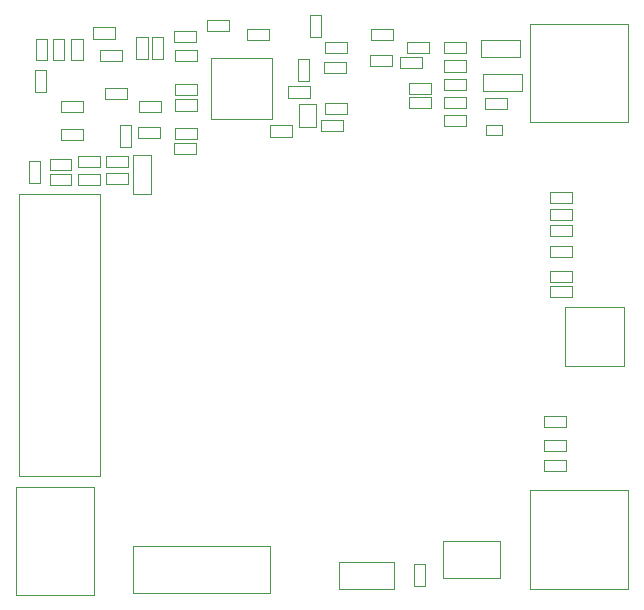
<source format=gbr>
G04 #@! TF.FileFunction,Other,User*
%FSLAX46Y46*%
G04 Gerber Fmt 4.6, Leading zero omitted, Abs format (unit mm)*
G04 Created by KiCad (PCBNEW 4.0.5+dfsg1-4) date Tue Aug 14 14:25:04 2018*
%MOMM*%
%LPD*%
G01*
G04 APERTURE LIST*
%ADD10C,0.100000*%
%ADD11C,0.050000*%
G04 APERTURE END LIST*
D10*
D11*
X69370000Y-84170000D02*
X69370000Y-83230000D01*
X69370000Y-83230000D02*
X71230000Y-83230000D01*
X71230000Y-83230000D02*
X71230000Y-84170000D01*
X71230000Y-84170000D02*
X69370000Y-84170000D01*
X52670000Y-95170000D02*
X52670000Y-94230000D01*
X52670000Y-94230000D02*
X54530000Y-94230000D01*
X54530000Y-94230000D02*
X54530000Y-95170000D01*
X54530000Y-95170000D02*
X52670000Y-95170000D01*
X56930000Y-93980000D02*
X56930000Y-94920000D01*
X56930000Y-94920000D02*
X55070000Y-94920000D01*
X55070000Y-94920000D02*
X55070000Y-93980000D01*
X55070000Y-93980000D02*
X56930000Y-93980000D01*
X63270000Y-88870000D02*
X63270000Y-87930000D01*
X63270000Y-87930000D02*
X65130000Y-87930000D01*
X65130000Y-87930000D02*
X65130000Y-88870000D01*
X65130000Y-88870000D02*
X63270000Y-88870000D01*
X52670000Y-96470000D02*
X52670000Y-95530000D01*
X52670000Y-95530000D02*
X54530000Y-95530000D01*
X54530000Y-95530000D02*
X54530000Y-96470000D01*
X54530000Y-96470000D02*
X52670000Y-96470000D01*
X56940000Y-95540000D02*
X56940000Y-96480000D01*
X56940000Y-96480000D02*
X55080000Y-96480000D01*
X55080000Y-96480000D02*
X55080000Y-95540000D01*
X55080000Y-95540000D02*
X56940000Y-95540000D01*
X57470000Y-94930000D02*
X57470000Y-93990000D01*
X57470000Y-93990000D02*
X59330000Y-93990000D01*
X59330000Y-93990000D02*
X59330000Y-94930000D01*
X59330000Y-94930000D02*
X57470000Y-94930000D01*
X57470000Y-96390000D02*
X57470000Y-95450000D01*
X57470000Y-95450000D02*
X59330000Y-95450000D01*
X59330000Y-95450000D02*
X59330000Y-96390000D01*
X59330000Y-96390000D02*
X57470000Y-96390000D01*
X74670000Y-87630000D02*
X73730000Y-87630000D01*
X73730000Y-87630000D02*
X73730000Y-85770000D01*
X73730000Y-85770000D02*
X74670000Y-85770000D01*
X74670000Y-85770000D02*
X74670000Y-87630000D01*
X71370000Y-92370000D02*
X71370000Y-91430000D01*
X71370000Y-91430000D02*
X73230000Y-91430000D01*
X73230000Y-91430000D02*
X73230000Y-92370000D01*
X73230000Y-92370000D02*
X71370000Y-92370000D01*
X50930000Y-94470000D02*
X51870000Y-94470000D01*
X51870000Y-94470000D02*
X51870000Y-96330000D01*
X51870000Y-96330000D02*
X50930000Y-96330000D01*
X50930000Y-96330000D02*
X50930000Y-94470000D01*
X65130000Y-85030000D02*
X65130000Y-85970000D01*
X65130000Y-85970000D02*
X63270000Y-85970000D01*
X63270000Y-85970000D02*
X63270000Y-85030000D01*
X63270000Y-85030000D02*
X65130000Y-85030000D01*
X65030000Y-83430000D02*
X65030000Y-84370000D01*
X65030000Y-84370000D02*
X63170000Y-84370000D01*
X63170000Y-84370000D02*
X63170000Y-83430000D01*
X63170000Y-83430000D02*
X65030000Y-83430000D01*
X75970000Y-85270000D02*
X75970000Y-84330000D01*
X75970000Y-84330000D02*
X77830000Y-84330000D01*
X77830000Y-84330000D02*
X77830000Y-85270000D01*
X77830000Y-85270000D02*
X75970000Y-85270000D01*
X87930000Y-85930000D02*
X87930000Y-86870000D01*
X87930000Y-86870000D02*
X86070000Y-86870000D01*
X86070000Y-86870000D02*
X86070000Y-85930000D01*
X86070000Y-85930000D02*
X87930000Y-85930000D01*
X75670000Y-83930000D02*
X74730000Y-83930000D01*
X74730000Y-83930000D02*
X74730000Y-82070000D01*
X74730000Y-82070000D02*
X75670000Y-82070000D01*
X75670000Y-82070000D02*
X75670000Y-83930000D01*
X87930000Y-84330000D02*
X87930000Y-85270000D01*
X87930000Y-85270000D02*
X86070000Y-85270000D01*
X86070000Y-85270000D02*
X86070000Y-84330000D01*
X86070000Y-84330000D02*
X87930000Y-84330000D01*
X85950000Y-129780000D02*
X85950000Y-126620000D01*
X85950000Y-126620000D02*
X90850000Y-126620000D01*
X90850000Y-126620000D02*
X90850000Y-129780000D01*
X90850000Y-129780000D02*
X85950000Y-129780000D01*
X82970000Y-85270000D02*
X82970000Y-84330000D01*
X82970000Y-84330000D02*
X84830000Y-84330000D01*
X84830000Y-84330000D02*
X84830000Y-85270000D01*
X84830000Y-85270000D02*
X82970000Y-85270000D01*
X84470000Y-130430000D02*
X83530000Y-130430000D01*
X83530000Y-130430000D02*
X83530000Y-128570000D01*
X83530000Y-128570000D02*
X84470000Y-128570000D01*
X84470000Y-128570000D02*
X84470000Y-130430000D01*
X81630000Y-85430000D02*
X81630000Y-86370000D01*
X81630000Y-86370000D02*
X79770000Y-86370000D01*
X79770000Y-86370000D02*
X79770000Y-85430000D01*
X79770000Y-85430000D02*
X81630000Y-85430000D01*
X79870000Y-84170000D02*
X79870000Y-83230000D01*
X79870000Y-83230000D02*
X81730000Y-83230000D01*
X81730000Y-83230000D02*
X81730000Y-84170000D01*
X81730000Y-84170000D02*
X79870000Y-84170000D01*
X75670000Y-91870000D02*
X75670000Y-90930000D01*
X75670000Y-90930000D02*
X77530000Y-90930000D01*
X77530000Y-90930000D02*
X77530000Y-91870000D01*
X77530000Y-91870000D02*
X75670000Y-91870000D01*
X62270000Y-85830000D02*
X61330000Y-85830000D01*
X61330000Y-85830000D02*
X61330000Y-83970000D01*
X61330000Y-83970000D02*
X62270000Y-83970000D01*
X62270000Y-83970000D02*
X62270000Y-85830000D01*
X87930000Y-87530000D02*
X87930000Y-88470000D01*
X87930000Y-88470000D02*
X86070000Y-88470000D01*
X86070000Y-88470000D02*
X86070000Y-87530000D01*
X86070000Y-87530000D02*
X87930000Y-87530000D01*
X65970000Y-83470000D02*
X65970000Y-82530000D01*
X65970000Y-82530000D02*
X67830000Y-82530000D01*
X67830000Y-82530000D02*
X67830000Y-83470000D01*
X67830000Y-83470000D02*
X65970000Y-83470000D01*
X63270000Y-92570000D02*
X63270000Y-91630000D01*
X63270000Y-91630000D02*
X65130000Y-91630000D01*
X65130000Y-91630000D02*
X65130000Y-92570000D01*
X65130000Y-92570000D02*
X63270000Y-92570000D01*
X52930000Y-84070000D02*
X53870000Y-84070000D01*
X53870000Y-84070000D02*
X53870000Y-85930000D01*
X53870000Y-85930000D02*
X52930000Y-85930000D01*
X52930000Y-85930000D02*
X52930000Y-84070000D01*
X58830000Y-85030000D02*
X58830000Y-85970000D01*
X58830000Y-85970000D02*
X56970000Y-85970000D01*
X56970000Y-85970000D02*
X56970000Y-85030000D01*
X56970000Y-85030000D02*
X58830000Y-85030000D01*
X63230000Y-93880000D02*
X63230000Y-92940000D01*
X63230000Y-92940000D02*
X65090000Y-92940000D01*
X65090000Y-92940000D02*
X65090000Y-93880000D01*
X65090000Y-93880000D02*
X63230000Y-93880000D01*
X51530000Y-84070000D02*
X52470000Y-84070000D01*
X52470000Y-84070000D02*
X52470000Y-85930000D01*
X52470000Y-85930000D02*
X51530000Y-85930000D01*
X51530000Y-85930000D02*
X51530000Y-84070000D01*
X51430000Y-86770000D02*
X52370000Y-86770000D01*
X52370000Y-86770000D02*
X52370000Y-88630000D01*
X52370000Y-88630000D02*
X51430000Y-88630000D01*
X51430000Y-88630000D02*
X51430000Y-86770000D01*
X53670000Y-90270000D02*
X53670000Y-89330000D01*
X53670000Y-89330000D02*
X55530000Y-89330000D01*
X55530000Y-89330000D02*
X55530000Y-90270000D01*
X55530000Y-90270000D02*
X53670000Y-90270000D01*
X84230000Y-85630000D02*
X84230000Y-86570000D01*
X84230000Y-86570000D02*
X82370000Y-86570000D01*
X82370000Y-86570000D02*
X82370000Y-85630000D01*
X82370000Y-85630000D02*
X84230000Y-85630000D01*
X86070000Y-91470000D02*
X86070000Y-90530000D01*
X86070000Y-90530000D02*
X87930000Y-90530000D01*
X87930000Y-90530000D02*
X87930000Y-91470000D01*
X87930000Y-91470000D02*
X86070000Y-91470000D01*
X96421300Y-119735500D02*
X96421300Y-120675500D01*
X96421300Y-120675500D02*
X94561300Y-120675500D01*
X94561300Y-120675500D02*
X94561300Y-119735500D01*
X94561300Y-119735500D02*
X96421300Y-119735500D01*
X95070000Y-100770000D02*
X95070000Y-99830000D01*
X95070000Y-99830000D02*
X96930000Y-99830000D01*
X96930000Y-99830000D02*
X96930000Y-100770000D01*
X96930000Y-100770000D02*
X95070000Y-100770000D01*
X84930000Y-89030000D02*
X84930000Y-89970000D01*
X84930000Y-89970000D02*
X83070000Y-89970000D01*
X83070000Y-89970000D02*
X83070000Y-89030000D01*
X83070000Y-89030000D02*
X84930000Y-89030000D01*
X84930000Y-87830000D02*
X84930000Y-88770000D01*
X84930000Y-88770000D02*
X83070000Y-88770000D01*
X83070000Y-88770000D02*
X83070000Y-87830000D01*
X83070000Y-87830000D02*
X84930000Y-87830000D01*
X96430000Y-116030000D02*
X96430000Y-116970000D01*
X96430000Y-116970000D02*
X94570000Y-116970000D01*
X94570000Y-116970000D02*
X94570000Y-116030000D01*
X94570000Y-116030000D02*
X96430000Y-116030000D01*
X96930000Y-97030000D02*
X96930000Y-97970000D01*
X96930000Y-97970000D02*
X95070000Y-97970000D01*
X95070000Y-97970000D02*
X95070000Y-97030000D01*
X95070000Y-97030000D02*
X96930000Y-97030000D01*
X55530000Y-91730000D02*
X55530000Y-92670000D01*
X55530000Y-92670000D02*
X53670000Y-92670000D01*
X53670000Y-92670000D02*
X53670000Y-91730000D01*
X53670000Y-91730000D02*
X55530000Y-91730000D01*
X81850000Y-130650000D02*
X77150000Y-130650000D01*
X77150000Y-130650000D02*
X77150000Y-128350000D01*
X77150000Y-128350000D02*
X81850000Y-128350000D01*
X81850000Y-130650000D02*
X81850000Y-128350000D01*
X90950000Y-92250000D02*
X89650000Y-92250000D01*
X89650000Y-92250000D02*
X89650000Y-91350000D01*
X89650000Y-91350000D02*
X90950000Y-91350000D01*
X90950000Y-91350000D02*
X90950000Y-92250000D01*
X75970000Y-90470000D02*
X75970000Y-89530000D01*
X75970000Y-89530000D02*
X77830000Y-89530000D01*
X77830000Y-89530000D02*
X77830000Y-90470000D01*
X77830000Y-90470000D02*
X75970000Y-90470000D01*
X58230000Y-83130000D02*
X58230000Y-84070000D01*
X58230000Y-84070000D02*
X56370000Y-84070000D01*
X56370000Y-84070000D02*
X56370000Y-83130000D01*
X56370000Y-83130000D02*
X58230000Y-83130000D01*
X58630000Y-91370000D02*
X59570000Y-91370000D01*
X59570000Y-91370000D02*
X59570000Y-93230000D01*
X59570000Y-93230000D02*
X58630000Y-93230000D01*
X58630000Y-93230000D02*
X58630000Y-91370000D01*
X63270000Y-90170000D02*
X63270000Y-89230000D01*
X63270000Y-89230000D02*
X65130000Y-89230000D01*
X65130000Y-89230000D02*
X65130000Y-90170000D01*
X65130000Y-90170000D02*
X63270000Y-90170000D01*
X92650000Y-87070000D02*
X92650000Y-88530000D01*
X92650000Y-88530000D02*
X89350000Y-88530000D01*
X89350000Y-88530000D02*
X89350000Y-87070000D01*
X89350000Y-87070000D02*
X92650000Y-87070000D01*
X72870000Y-89070000D02*
X72870000Y-88130000D01*
X72870000Y-88130000D02*
X74730000Y-88130000D01*
X74730000Y-88130000D02*
X74730000Y-89070000D01*
X74730000Y-89070000D02*
X72870000Y-89070000D01*
X60270000Y-90270000D02*
X60270000Y-89330000D01*
X60270000Y-89330000D02*
X62130000Y-89330000D01*
X62130000Y-89330000D02*
X62130000Y-90270000D01*
X62130000Y-90270000D02*
X60270000Y-90270000D01*
X60030000Y-83970000D02*
X60970000Y-83970000D01*
X60970000Y-83970000D02*
X60970000Y-85830000D01*
X60970000Y-85830000D02*
X60030000Y-85830000D01*
X60030000Y-85830000D02*
X60030000Y-83970000D01*
X96930000Y-101630000D02*
X96930000Y-102570000D01*
X96930000Y-102570000D02*
X95070000Y-102570000D01*
X95070000Y-102570000D02*
X95070000Y-101630000D01*
X95070000Y-101630000D02*
X96930000Y-101630000D01*
X96930000Y-103730000D02*
X96930000Y-104670000D01*
X96930000Y-104670000D02*
X95070000Y-104670000D01*
X95070000Y-104670000D02*
X95070000Y-103730000D01*
X95070000Y-103730000D02*
X96930000Y-103730000D01*
X54530000Y-84070000D02*
X55470000Y-84070000D01*
X55470000Y-84070000D02*
X55470000Y-85930000D01*
X55470000Y-85930000D02*
X54530000Y-85930000D01*
X54530000Y-85930000D02*
X54530000Y-84070000D01*
X60170000Y-92470000D02*
X60170000Y-91530000D01*
X60170000Y-91530000D02*
X62030000Y-91530000D01*
X62030000Y-91530000D02*
X62030000Y-92470000D01*
X62030000Y-92470000D02*
X60170000Y-92470000D01*
X59230000Y-88230000D02*
X59230000Y-89170000D01*
X59230000Y-89170000D02*
X57370000Y-89170000D01*
X57370000Y-89170000D02*
X57370000Y-88230000D01*
X57370000Y-88230000D02*
X59230000Y-88230000D01*
X95070000Y-105970000D02*
X95070000Y-105030000D01*
X95070000Y-105030000D02*
X96930000Y-105030000D01*
X96930000Y-105030000D02*
X96930000Y-105970000D01*
X96930000Y-105970000D02*
X95070000Y-105970000D01*
X77730000Y-86030000D02*
X77730000Y-86970000D01*
X77730000Y-86970000D02*
X75870000Y-86970000D01*
X75870000Y-86970000D02*
X75870000Y-86030000D01*
X75870000Y-86030000D02*
X77730000Y-86030000D01*
X86070000Y-89970000D02*
X86070000Y-89030000D01*
X86070000Y-89030000D02*
X87930000Y-89030000D01*
X87930000Y-89030000D02*
X87930000Y-89970000D01*
X87930000Y-89970000D02*
X86070000Y-89970000D01*
X96430000Y-118030000D02*
X96430000Y-118970000D01*
X96430000Y-118970000D02*
X94570000Y-118970000D01*
X94570000Y-118970000D02*
X94570000Y-118030000D01*
X94570000Y-118030000D02*
X96430000Y-118030000D01*
X96930000Y-98530000D02*
X96930000Y-99470000D01*
X96930000Y-99470000D02*
X95070000Y-99470000D01*
X95070000Y-99470000D02*
X95070000Y-98530000D01*
X95070000Y-98530000D02*
X96930000Y-98530000D01*
X91430000Y-89130000D02*
X91430000Y-90070000D01*
X91430000Y-90070000D02*
X89570000Y-90070000D01*
X89570000Y-90070000D02*
X89570000Y-89130000D01*
X89570000Y-89130000D02*
X91430000Y-89130000D01*
X61230000Y-97230000D02*
X59770000Y-97230000D01*
X59770000Y-97230000D02*
X59770000Y-93930000D01*
X59770000Y-93930000D02*
X61230000Y-93930000D01*
X61230000Y-93930000D02*
X61230000Y-97230000D01*
X89200000Y-85620000D02*
X89200000Y-84160000D01*
X89200000Y-84160000D02*
X92500000Y-84160000D01*
X92500000Y-84160000D02*
X92500000Y-85620000D01*
X92500000Y-85620000D02*
X89200000Y-85620000D01*
X56920000Y-97230000D02*
X50120000Y-97230000D01*
X50120000Y-97230000D02*
X50120000Y-121090000D01*
X50120000Y-121090000D02*
X56920000Y-121090000D01*
X56920000Y-121090000D02*
X56920000Y-97230000D01*
X93330000Y-130670000D02*
X93330000Y-122330000D01*
X93330000Y-130670000D02*
X101670000Y-130670000D01*
X101670000Y-122330000D02*
X93330000Y-122330000D01*
X101670000Y-122330000D02*
X101670000Y-130670000D01*
X93330000Y-91170000D02*
X93330000Y-82830000D01*
X93330000Y-91170000D02*
X101670000Y-91170000D01*
X101670000Y-82830000D02*
X93330000Y-82830000D01*
X101670000Y-82830000D02*
X101670000Y-91170000D01*
X49800000Y-131200000D02*
X49800000Y-122000000D01*
X56400000Y-131200000D02*
X49800000Y-131200000D01*
X56400000Y-122000000D02*
X56400000Y-131200000D01*
X49800000Y-122000000D02*
X56400000Y-122000000D01*
X59700000Y-131000000D02*
X59700000Y-127000000D01*
X59700000Y-127000000D02*
X71300000Y-127000000D01*
X71300000Y-127000000D02*
X71300000Y-131000000D01*
X71300000Y-131000000D02*
X59700000Y-131000000D01*
X101344100Y-111796200D02*
X101344100Y-106796200D01*
X101344100Y-106796200D02*
X96344100Y-106796200D01*
X96344100Y-106796200D02*
X96344100Y-111796200D01*
X96344100Y-111796200D02*
X101344100Y-111796200D01*
X75250000Y-91600000D02*
X73750000Y-91600000D01*
X75250000Y-91600000D02*
X75250000Y-89600000D01*
X73750000Y-89600000D02*
X73750000Y-91600000D01*
X73750000Y-89600000D02*
X75250000Y-89600000D01*
X66300000Y-85700000D02*
X66300000Y-90900000D01*
X66300000Y-90900000D02*
X71500000Y-90900000D01*
X71500000Y-90900000D02*
X71500000Y-85700000D01*
X71500000Y-85700000D02*
X66300000Y-85700000D01*
M02*

</source>
